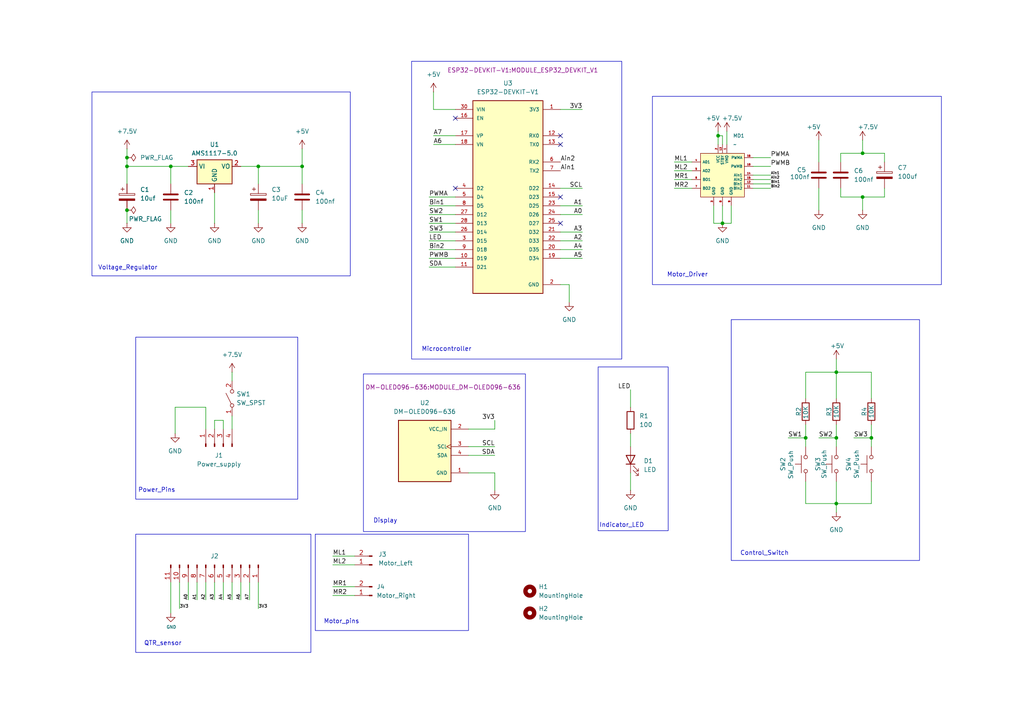
<source format=kicad_sch>
(kicad_sch (version 20250114) (generator "eeschema") (generator_version "9.0")
  (paper "A4")
  (lib_symbols
    (symbol "Connector:Conn_01x02_Pin" (pin_names (offset 1.016) (hide yes))
      (property "Reference" "J" (at 0 2.54 0))
      (property "Value" "Conn_01x02_Pin" (at 0 -5.08 0))
      (symbol "Conn_01x02_Pin_1_1"
        (rectangle (start 0.8636 0.127) (end 0 -0.127) (stroke (width 0.1524)) (fill (type outline)))
        (rectangle (start 0.8636 -2.413) (end 0 -2.667) (stroke (width 0.1524)) (fill (type outline)))
        (polyline (pts (xy 1.27 0) (xy 0.8636 0)) (stroke (width 0.1524)))
        (polyline (pts (xy 1.27 -2.54) (xy 0.8636 -2.54)) (stroke (width 0.1524)))
        (pin passive line (at 5.08 0 180) (length 3.81) (name "Pin_1") (number "1"))
        (pin passive line (at 5.08 -2.54 180) (length 3.81) (name "Pin_2") (number "2"))
      )
    )
    (symbol "Connector:Conn_01x04_Pin" (pin_names (offset 1.016) (hide yes))
      (property "Reference" "J" (at 0 5.08 0))
      (property "Value" "Conn_01x04_Pin" (at 0 -7.62 0))
      (symbol "Conn_01x04_Pin_1_1"
        (rectangle (start 0.8636 2.667) (end 0 2.413) (stroke (width 0.1524)) (fill (type outline)))
        (rectangle (start 0.8636 0.127) (end 0 -0.127) (stroke (width 0.1524)) (fill (type outline)))
        (rectangle (start 0.8636 -2.413) (end 0 -2.667) (stroke (width 0.1524)) (fill (type outline)))
        (rectangle (start 0.8636 -4.953) (end 0 -5.207) (stroke (width 0.1524)) (fill (type outline)))
        (polyline (pts (xy 1.27 2.54) (xy 0.8636 2.54)) (stroke (width 0.1524)))
        (polyline (pts (xy 1.27 0) (xy 0.8636 0)) (stroke (width 0.1524)))
        (polyline (pts (xy 1.27 -2.54) (xy 0.8636 -2.54)) (stroke (width 0.1524)))
        (polyline (pts (xy 1.27 -5.08) (xy 0.8636 -5.08)) (stroke (width 0.1524)))
        (pin passive line (at 5.08 2.54 180) (length 3.81) (name "Pin_1") (number "1"))
        (pin passive line (at 5.08 0 180) (length 3.81) (name "Pin_2") (number "2"))
        (pin passive line (at 5.08 -2.54 180) (length 3.81) (name "Pin_3") (number "3"))
        (pin passive line (at 5.08 -5.08 180) (length 3.81) (name "Pin_4") (number "4"))
      )
    )
    (symbol "Connector:Conn_01x11_Pin" (pin_names (offset 1.016) (hide yes))
      (property "Reference" "J" (at 0 15.24 0))
      (property "Value" "Conn_01x11_Pin" (at 0 -15.24 0))
      (symbol "Conn_01x11_Pin_1_1"
        (rectangle (start 0.8636 12.827) (end 0 12.573) (stroke (width 0.1524)) (fill (type outline)))
        (rectangle (start 0.8636 10.287) (end 0 10.033) (stroke (width 0.1524)) (fill (type outline)))
        (rectangle (start 0.8636 7.747) (end 0 7.493) (stroke (width 0.1524)) (fill (type outline)))
        (rectangle (start 0.8636 5.207) (end 0 4.953) (stroke (width 0.1524)) (fill (type outline)))
        (rectangle (start 0.8636 2.667) (end 0 2.413) (stroke (width 0.1524)) (fill (type outline)))
        (rectangle (start 0.8636 0.127) (end 0 -0.127) (stroke (width 0.1524)) (fill (type outline)))
        (rectangle (start 0.8636 -2.413) (end 0 -2.667) (stroke (width 0.1524)) (fill (type outline)))
        (rectangle (start 0.8636 -4.953) (end 0 -5.207) (stroke (width 0.1524)) (fill (type outline)))
        (rectangle (start 0.8636 -7.493) (end 0 -7.747) (stroke (width 0.1524)) (fill (type outline)))
        (rectangle (start 0.8636 -10.033) (end 0 -10.287) (stroke (width 0.1524)) (fill (type outline)))
        (rectangle (start 0.8636 -12.573) (end 0 -12.827) (stroke (width 0.1524)) (fill (type outline)))
        (polyline (pts (xy 1.27 12.7) (xy 0.8636 12.7)) (stroke (width 0.1524)))
        (polyline (pts (xy 1.27 10.16) (xy 0.8636 10.16)) (stroke (width 0.1524)))
        (polyline (pts (xy 1.27 7.62) (xy 0.8636 7.62)) (stroke (width 0.1524)))
        (polyline (pts (xy 1.27 5.08) (xy 0.8636 5.08)) (stroke (width 0.1524)))
        (polyline (pts (xy 1.27 2.54) (xy 0.8636 2.54)) (stroke (width 0.1524)))
        (polyline (pts (xy 1.27 0) (xy 0.8636 0)) (stroke (width 0.1524)))
        (polyline (pts (xy 1.27 -2.54) (xy 0.8636 -2.54)) (stroke (width 0.1524)))
        (polyline (pts (xy 1.27 -5.08) (xy 0.8636 -5.08)) (stroke (width 0.1524)))
        (polyline (pts (xy 1.27 -7.62) (xy 0.8636 -7.62)) (stroke (width 0.1524)))
        (polyline (pts (xy 1.27 -10.16) (xy 0.8636 -10.16)) (stroke (width 0.1524)))
        (polyline (pts (xy 1.27 -12.7) (xy 0.8636 -12.7)) (stroke (width 0.1524)))
        (pin passive line (at 5.08 12.7 180) (length 3.81) (name "Pin_1") (number "1"))
        (pin passive line (at 5.08 10.16 180) (length 3.81) (name "Pin_2") (number "2"))
        (pin passive line (at 5.08 7.62 180) (length 3.81) (name "Pin_3") (number "3"))
        (pin passive line (at 5.08 5.08 180) (length 3.81) (name "Pin_4") (number "4"))
        (pin passive line (at 5.08 2.54 180) (length 3.81) (name "Pin_5") (number "5"))
        (pin passive line (at 5.08 0 180) (length 3.81) (name "Pin_6") (number "6"))
        (pin passive line (at 5.08 -2.54 180) (length 3.81) (name "Pin_7") (number "7"))
        (pin passive line (at 5.08 -5.08 180) (length 3.81) (name "Pin_8") (number "8"))
        (pin passive line (at 5.08 -7.62 180) (length 3.81) (name "Pin_9") (number "9"))
        (pin passive line (at 5.08 -10.16 180) (length 3.81) (name "Pin_10") (number "10"))
        (pin passive line (at 5.08 -12.7 180) (length 3.81) (name "Pin_11") (number "11"))
      )
    )
    (symbol "DM-OLED096-636:DM-OLED096-636" (pin_names (offset 1.016))
      (property "Reference" "U" (at -7.62 10.922 0))
      (property "Value" "DM-OLED096-636" (at -7.62 -10.16 0))
      (symbol "DM-OLED096-636_0_0"
        (rectangle (start -7.62 -7.62) (end 7.62 10.16) (stroke (width 0.254)) (fill (type background)))
        (pin power_in line (at 12.7 7.62 180) (length 5.08) (name "VCC_IN") (number "2"))
        (pin input clock (at 12.7 2.54 180) (length 5.08) (name "SCL") (number "3"))
        (pin bidirectional line (at 12.7 0 180) (length 5.08) (name "SDA") (number "4"))
        (pin power_in line (at 12.7 -5.08 180) (length 5.08) (name "GND") (number "1"))
      )
    )
    (symbol "Device:C" (pin_numbers (hide yes)) (pin_names (offset 0.254))
      (property "Reference" "C" (at 0.635 2.54 0))
      (property "Value" "C" (at 0.635 -2.54 0))
      (symbol "C_0_1"
        (polyline (pts (xy -2.032 0.762) (xy 2.032 0.762)) (stroke (width 0.508)))
        (polyline (pts (xy -2.032 -0.762) (xy 2.032 -0.762)) (stroke (width 0.508)))
      )
      (symbol "C_1_1"
        (pin passive line (at 0 3.81 270) (length 2.794) (name "~") (number "1"))
        (pin passive line (at 0 -3.81 90) (length 2.794) (name "~") (number "2"))
      )
    )
    (symbol "Device:C_Polarized" (pin_numbers (hide yes)) (pin_names (offset 0.254))
      (property "Reference" "C" (at 0.635 2.54 0))
      (property "Value" "C_Polarized" (at 0.635 -2.54 0))
      (symbol "C_Polarized_0_1"
        (rectangle (start -2.286 0.508) (end 2.286 1.016))
        (polyline (pts (xy -1.778 2.286) (xy -0.762 2.286)))
        (polyline (pts (xy -1.27 2.794) (xy -1.27 1.778)))
        (rectangle (start 2.286 -0.508) (end -2.286 -1.016) (fill (type outline)))
      )
      (symbol "C_Polarized_1_1"
        (pin passive line (at 0 3.81 270) (length 2.794) (name "~") (number "1"))
        (pin passive line (at 0 -3.81 90) (length 2.794) (name "~") (number "2"))
      )
    )
    (symbol "Device:LED" (pin_numbers (hide yes)) (pin_names (offset 1.016) (hide yes))
      (property "Reference" "D" (at 0 2.54 0))
      (property "Value" "LED" (at 0 -2.54 0))
      (symbol "LED_0_1"
        (polyline (pts (xy -3.048 -0.762) (xy -4.572 -2.286) (xy -3.81 -2.286) (xy -4.572 -2.286) (xy -4.572 -1.524)))
        (polyline (pts (xy -1.778 -0.762) (xy -3.302 -2.286) (xy -2.54 -2.286) (xy -3.302 -2.286) (xy -3.302 -1.524)))
        (polyline (pts (xy -1.27 0) (xy 1.27 0)))
        (polyline (pts (xy -1.27 -1.27) (xy -1.27 1.27)) (stroke (width 0.254)))
        (polyline (pts (xy 1.27 -1.27) (xy 1.27 1.27) (xy -1.27 0) (xy 1.27 -1.27)) (stroke (width 0.254)))
      )
      (symbol "LED_1_1"
        (pin passive line (at -3.81 0 0) (length 2.54) (name "K") (number "1"))
        (pin passive line (at 3.81 0 180) (length 2.54) (name "A") (number "2"))
      )
    )
    (symbol "Device:R" (pin_numbers (hide yes)) (pin_names (offset 0))
      (property "Reference" "R" (at 2.032 0 90))
      (property "Value" "R" (at 0 0 90))
      (symbol "R_0_1"
        (rectangle (start -1.016 -2.54) (end 1.016 2.54) (stroke (width 0.254)))
      )
      (symbol "R_1_1"
        (pin passive line (at 0 3.81 270) (length 1.27) (name "~") (number "1"))
        (pin passive line (at 0 -3.81 90) (length 1.27) (name "~") (number "2"))
      )
    )
    (symbol "ESP32-DEVKIT-V1:ESP32-DEVKIT-V1" (pin_names (offset 1.016))
      (property "Reference" "U" (at -10.16 30.48 0))
      (property "Value" "ESP32-DEVKIT-V1" (at -10.16 -30.48 0))
      (symbol "ESP32-DEVKIT-V1_0_0"
        (rectangle (start -10.16 -27.94) (end 10.16 27.94) (stroke (width 0.254)) (fill (type background)))
        (pin input line (at -15.24 25.4 0) (length 5.08) (name "VIN") (number "30"))
        (pin input line (at -15.24 22.86 0) (length 5.08) (name "EN") (number "16"))
        (pin bidirectional line (at -15.24 17.78 0) (length 5.08) (name "VP") (number "17"))
        (pin bidirectional line (at -15.24 15.24 0) (length 5.08) (name "VN") (number "18"))
        (pin bidirectional line (at -15.24 2.54 0) (length 5.08) (name "D2") (number "4"))
        (pin bidirectional line (at -15.24 0 0) (length 5.08) (name "D4") (number "5"))
        (pin bidirectional line (at -15.24 -2.54 0) (length 5.08) (name "D5") (number "8"))
        (pin bidirectional line (at -15.24 -5.08 0) (length 5.08) (name "D12") (number "27"))
        (pin bidirectional line (at -15.24 -7.62 0) (length 5.08) (name "D13") (number "28"))
        (pin bidirectional line (at -15.24 -10.16 0) (length 5.08) (name "D14") (number "26"))
        (pin bidirectional line (at -15.24 -12.7 0) (length 5.08) (name "D15") (number "3"))
        (pin bidirectional line (at -15.24 -15.24 0) (length 5.08) (name "D18") (number "9"))
        (pin bidirectional line (at -15.24 -17.78 0) (length 5.08) (name "D19") (number "10"))
        (pin bidirectional line (at -15.24 -20.32 0) (length 5.08) (name "D21") (number "11"))
        (pin output line (at 15.24 25.4 180) (length 5.08) (name "3V3") (number "1"))
        (pin input line (at 15.24 17.78 180) (length 5.08) (name "RX0") (number "12"))
        (pin output line (at 15.24 15.24 180) (length 5.08) (name "TX0") (number "13"))
        (pin input line (at 15.24 10.16 180) (length 5.08) (name "RX2") (number "6"))
        (pin output line (at 15.24 7.62 180) (length 5.08) (name "TX2") (number "7"))
        (pin bidirectional line (at 15.24 2.54 180) (length 5.08) (name "D22") (number "14"))
        (pin bidirectional line (at 15.24 0 180) (length 5.08) (name "D23") (number "15"))
        (pin bidirectional line (at 15.24 -2.54 180) (length 5.08) (name "D25") (number "23"))
        (pin bidirectional line (at 15.24 -5.08 180) (length 5.08) (name "D26") (number "24"))
        (pin bidirectional line (at 15.24 -7.62 180) (length 5.08) (name "D27") (number "25"))
        (pin bidirectional line (at 15.24 -10.16 180) (length 5.08) (name "D32") (number "21"))
        (pin bidirectional line (at 15.24 -12.7 180) (length 5.08) (name "D33") (number "22"))
        (pin bidirectional line (at 15.24 -15.24 180) (length 5.08) (name "D35") (number "20"))
        (pin bidirectional line (at 15.24 -17.78 180) (length 5.08) (name "D34") (number "19"))
        (pin power_in line (at 15.24 -25.4 180) (length 5.08) (name "GND") (number "2"))
        (pin power_in line (at 15.24 -25.4 180) (length 5.08) (hide yes) (name "GND") (number "29"))
      )
    )
    (symbol "Mechanical:MountingHole" (pin_names (offset 1.016)) (in_bom no)
      (property "Reference" "H" (at 0 5.08 0))
      (property "Value" "MountingHole" (at 0 3.175 0))
      (symbol "MountingHole_0_1"
        (circle (center 0 0) (radius 1.27) (stroke (width 1.27)))
      )
    )
    (symbol "Regulator_Linear:AMS1117-5.0"
      (property "Reference" "U" (at -3.81 3.175 0))
      (property "Value" "AMS1117-5.0" (at 0 3.175 0))
      (symbol "AMS1117-5.0_0_1"
        (rectangle (start -5.08 -5.08) (end 5.08 1.905) (stroke (width 0.254)) (fill (type background)))
      )
      (symbol "AMS1117-5.0_1_1"
        (pin power_in line (at -7.62 0 0) (length 2.54) (name "VI") (number "3"))
        (pin power_in line (at 0 -7.62 90) (length 2.54) (name "GND") (number "1"))
        (pin power_out line (at 7.62 0 180) (length 2.54) (name "VO") (number "2"))
      )
    )
    (symbol "Switch:SW_Push" (pin_numbers (hide yes)) (pin_names (offset 1.016) (hide yes))
      (property "Reference" "SW" (at 1.27 2.54 0))
      (property "Value" "SW_Push" (at 0 -1.524 0))
      (symbol "SW_Push_0_1"
        (circle (center -2.032 0) (radius 0.508))
        (polyline (pts (xy 0 1.27) (xy 0 3.048)))
        (circle (center 2.032 0) (radius 0.508))
        (polyline (pts (xy 2.54 1.27) (xy -2.54 1.27)))
        (pin passive line (at -5.08 0 0) (length 2.54) (name "1") (number "1"))
        (pin passive line (at 5.08 0 180) (length 2.54) (name "2") (number "2"))
      )
    )
    (symbol "Switch:SW_SPST" (pin_names (offset 0) (hide yes))
      (property "Reference" "SW" (at 0 3.175 0))
      (property "Value" "SW_SPST" (at 0 -2.54 0))
      (symbol "SW_SPST_0_0"
        (circle (center -2.032 0) (radius 0.508))
        (polyline (pts (xy -1.524 0.254) (xy 1.524 1.778)))
        (circle (center 2.032 0) (radius 0.508))
      )
      (symbol "SW_SPST_1_1"
        (pin passive line (at -5.08 0 0) (length 2.54) (name "A") (number "1"))
        (pin passive line (at 5.08 0 180) (length 2.54) (name "B") (number "2"))
      )
    )
    (symbol "micromouse1.0:tbfng_motor_driver"
      (property "Reference" "MD" (at 0 0 0))
      (symbol "tbfng_motor_driver_1_1"
        (rectangle (start -6.35 6.35) (end 6.35 -6.35) (fill (type background)))
        (pin power_out line (at -8.89 3.81 0) (length 2.54) (name "A01") (number "4"))
        (pin power_out line (at -8.89 1.27 0) (length 2.54) (name "AO2") (number "5"))
        (pin power_out line (at -8.89 -1.27 0) (length 2.54) (name "BO1") (number "6"))
        (pin power_out line (at -8.89 -3.81 0) (length 2.54) (name "BO2") (number "7"))
        (pin power_in line (at -2.54 -8.89 90) (length 2.54) (name "GND") (number "3"))
        (pin power_in line (at -1.27 8.89 270) (length 2.54) (name "VCC") (number "2"))
        (pin power_in line (at 0 8.89 270) (length 2.54) (name "STBY") (number "13"))
        (pin power_in line (at 0 -8.89 90) (length 2.54) (name "GND") (number "8"))
        (pin power_in line (at 1.27 8.89 270) (length 2.54) (name "VMO") (number "1"))
        (pin power_in line (at 2.54 -8.89 90) (length 2.54) (name "GND") (number "9"))
        (pin input line (at 8.89 5.08 180) (length 2.54) (name "PWMA") (number "16"))
        (pin input line (at 8.89 2.54 180) (length 2.54) (name "PWMB") (number "10"))
        (pin input line (at 8.89 0 180) (length 2.54) (name "Ain1") (number "14"))
        (pin input line (at 8.89 -1.27 180) (length 2.54) (name "Ain2") (number "15"))
        (pin input line (at 8.89 -2.54 180) (length 2.54) (name "Bin1") (number "12"))
        (pin input line (at 8.89 -3.81 180) (length 2.54) (name "Bin2") (number "11"))
      )
    )
    (symbol "power:+5V" (power) (pin_numbers (hide yes)) (pin_names (offset 0) (hide yes))
      (property "Value" "+5V" (at 0 3.556 0))
      (symbol "+5V_0_1"
        (polyline (pts (xy -0.762 1.27) (xy 0 2.54)))
        (polyline (pts (xy 0 2.54) (xy 0.762 1.27)))
        (polyline (pts (xy 0 0) (xy 0 2.54)))
      )
      (symbol "+5V_1_1"
        (pin power_in line (at 0 0 90) (length 0) (name "~") (number "1"))
      )
    )
    (symbol "power:GND" (power) (pin_numbers (hide yes)) (pin_names (offset 0) (hide yes))
      (property "Value" "GND" (at 0 -3.81 0))
      (symbol "GND_0_1"
        (polyline (pts (xy 0 0) (xy 0 -1.27) (xy 1.27 -1.27) (xy 0 -2.54) (xy -1.27 -1.27) (xy 0 -1.27)))
      )
      (symbol "GND_1_1"
        (pin power_in line (at 0 0 270) (length 0) (name "~") (number "1"))
      )
    )
    (symbol "power:PWR_FLAG" (power) (pin_numbers (hide yes)) (pin_names (offset 0) (hide yes))
      (property "Value" "PWR_FLAG" (at 0 3.81 0))
      (symbol "PWR_FLAG_0_0"
        (pin power_out line (at 0 0 90) (length 0) (name "~") (number "1"))
      )
      (symbol "PWR_FLAG_0_1"
        (polyline (pts (xy 0 0) (xy 0 1.27) (xy -1.016 1.905) (xy 0 2.54) (xy 1.016 1.905) (xy 0 1.27)))
      )
    )
  )
  (text "Motor_Driver" (at 199.39 79.756 0) (effects (font (size 1.27 1.27))))
  (text "QTR_sensor" (at 47.244 186.69 0) (effects (font (size 1.27 1.27))))
  (text "Power_Pins" (at 45.466 142.24 0) (effects (font (size 1.27 1.27))))
  (text "Microcontroller" (at 129.54 101.346 0) (effects (font (size 1.27 1.27))))
  (text "Motor_pins" (at 99.06 180.34 0) (effects (font (size 1.27 1.27))))
  (text "Voltage_Regulator" (at 37.084 77.724 0) (effects (font (size 1.27 1.27))))
  (text "Indicator_LED" (at 180.34 152.4 0) (effects (font (size 1.27 1.27))))
  (text "Control_Switch" (at 221.742 160.528 0) (effects (font (size 1.27 1.27))))
  (text "Display" (at 111.76 151.13 0) (effects (font (size 1.27 1.27))))
  (text_box "" (at 39.37 154.94 0) (size 50.8 34.29) (margins 0.9525 0.9525 0.9525 0.9525) (effects (font (size 1.27 1.27)) (justify left top)))
  (text_box "" (at 173.482 106.426 0) (size 20.32 47.498) (margins 0.9525 0.9525 0.9525 0.9525) (effects (font (size 1.27 1.27)) (justify left top)))
  (text_box "" (at 105.41 108.458 0) (size 46.99 45.72) (margins 0.9525 0.9525 0.9525 0.9525) (effects (font (size 1.27 1.27)) (justify left top)))
  (text_box "" (at 26.67 26.67 0) (size 74.93 53.34) (margins 0.9525 0.9525 0.9525 0.9525) (effects (font (size 1.27 1.27)) (justify left top)))
  (text_box "" (at 212.09 92.71 0) (size 54.61 69.85) (margins 0.9525 0.9525 0.9525 0.9525) (effects (font (size 1.27 1.27)) (justify left top)))
  (text_box "" (at 119.38 17.78 0) (size 60.96 86.36) (margins 0.9525 0.9525 0.9525 0.9525) (effects (font (size 1.27 1.27)) (justify left top)))
  (text_box "" (at 39.37 97.79 0) (size 46.99 46.99) (margins 0.9525 0.9525 0.9525 0.9525) (effects (font (size 1.27 1.27)) (justify left top)))
  (text_box "" (at 189.23 27.94 0) (size 83.82 54.61) (margins 0.9525 0.9525 0.9525 0.9525) (effects (font (size 1.27 1.27)) (justify left top)))
  (text_box "" (at 91.44 154.94 0) (size 44.45 27.94) (margins 0.9525 0.9525 0.9525 0.9525) (effects (font (size 1.27 1.27)) (justify left top)))
  (junction (at 233.68 127))
  (junction (at 87.63 48.26))
  (junction (at 36.83 48.26))
  (junction (at 36.83 45.72))
  (junction (at 242.57 107.95))
  (junction (at 252.73 127))
  (junction (at 242.57 146.05))
  (junction (at 242.57 127))
  (junction (at 208.28 39.37))
  (junction (at 74.93 48.26))
  (junction (at 49.53 48.26))
  (junction (at 250.19 44.45))
  (junction (at 209.55 64.77))
  (junction (at 250.19 57.15))
  (junction (at 36.83 60.96))
  (no_connect (at 162.56 39.37))
  (no_connect (at 162.56 57.15))
  (no_connect (at 132.08 54.61))
  (no_connect (at 162.56 41.91))
  (no_connect (at 132.08 34.29))
  (no_connect (at 162.56 64.77))
  (wire (pts (xy 162.56 72.39) (xy 168.91 72.39)))
  (wire (pts (xy 162.56 82.55) (xy 165.1 82.55)))
  (wire (pts (xy 143.51 121.92) (xy 143.51 124.46)))
  (wire (pts (xy 182.88 125.73) (xy 182.88 129.54)))
  (wire (pts (xy 67.31 107.95) (xy 67.31 110.49)))
  (wire (pts (xy 218.44 54.61) (xy 223.52 54.61)))
  (wire (pts (xy 207.01 64.77) (xy 209.55 64.77)))
  (wire (pts (xy 218.44 48.26) (xy 223.52 48.26)))
  (wire (pts (xy 209.55 64.77) (xy 212.09 64.77)))
  (wire (pts (xy 143.51 137.16) (xy 143.51 142.24)))
  (wire (pts (xy 124.46 74.93) (xy 132.08 74.93)))
  (wire (pts (xy 74.93 48.26) (xy 87.63 48.26)))
  (wire (pts (xy 208.28 38.1) (xy 208.28 39.37)))
  (wire (pts (xy 124.46 77.47) (xy 132.08 77.47)))
  (wire (pts (xy 209.55 39.37) (xy 209.55 41.91)))
  (wire (pts (xy 96.52 172.72) (xy 102.87 172.72)))
  (wire (pts (xy 124.46 72.39) (xy 132.08 72.39)))
  (wire (pts (xy 96.52 170.18) (xy 102.87 170.18)))
  (wire (pts (xy 218.44 53.34) (xy 223.52 53.34)))
  (wire (pts (xy 252.73 115.57) (xy 252.73 107.95)))
  (wire (pts (xy 50.8 118.11) (xy 50.8 125.73)))
  (wire (pts (xy 96.52 161.29) (xy 102.87 161.29)))
  (wire (pts (xy 87.63 43.18) (xy 87.63 48.26)))
  (wire (pts (xy 242.57 127) (xy 242.57 123.19)))
  (wire (pts (xy 209.55 59.69) (xy 209.55 64.77)))
  (wire (pts (xy 195.58 52.07) (xy 200.66 52.07)))
  (wire (pts (xy 195.58 46.99) (xy 200.66 46.99)))
  (wire (pts (xy 124.46 69.85) (xy 132.08 69.85)))
  (wire (pts (xy 143.51 132.08) (xy 135.89 132.08)))
  (wire (pts (xy 162.56 31.75) (xy 168.91 31.75)))
  (wire (pts (xy 165.1 82.55) (xy 165.1 87.63)))
  (wire (pts (xy 124.46 64.77) (xy 132.08 64.77)))
  (wire (pts (xy 207.01 59.69) (xy 207.01 64.77)))
  (wire (pts (xy 242.57 146.05) (xy 252.73 146.05)))
  (wire (pts (xy 242.57 146.05) (xy 242.57 139.7)))
  (wire (pts (xy 256.54 54.61) (xy 256.54 57.15)))
  (wire (pts (xy 143.51 129.54) (xy 135.89 129.54)))
  (wire (pts (xy 252.73 139.7) (xy 252.73 146.05)))
  (wire (pts (xy 125.73 39.37) (xy 132.08 39.37)))
  (wire (pts (xy 62.23 168.91) (xy 62.23 173.99)))
  (wire (pts (xy 125.73 26.67) (xy 125.73 31.75)))
  (wire (pts (xy 242.57 115.57) (xy 242.57 107.95)))
  (wire (pts (xy 243.84 57.15) (xy 243.84 54.61)))
  (wire (pts (xy 74.93 60.96) (xy 74.93 64.77)))
  (wire (pts (xy 67.31 168.91) (xy 67.31 173.99)))
  (wire (pts (xy 242.57 104.14) (xy 242.57 107.95)))
  (wire (pts (xy 36.83 45.72) (xy 36.83 48.26)))
  (wire (pts (xy 233.68 107.95) (xy 242.57 107.95)))
  (wire (pts (xy 124.46 59.69) (xy 132.08 59.69)))
  (wire (pts (xy 210.82 38.1) (xy 210.82 41.91)))
  (wire (pts (xy 124.46 57.15) (xy 132.08 57.15)))
  (wire (pts (xy 67.31 120.65) (xy 67.31 124.46)))
  (wire (pts (xy 125.73 41.91) (xy 132.08 41.91)))
  (wire (pts (xy 135.89 137.16) (xy 143.51 137.16)))
  (wire (pts (xy 252.73 127) (xy 252.73 123.19)))
  (wire (pts (xy 250.19 40.64) (xy 250.19 44.45)))
  (wire (pts (xy 74.93 48.26) (xy 74.93 53.34)))
  (wire (pts (xy 233.68 146.05) (xy 242.57 146.05)))
  (wire (pts (xy 54.61 48.26) (xy 49.53 48.26)))
  (wire (pts (xy 69.85 48.26) (xy 74.93 48.26)))
  (wire (pts (xy 69.85 168.91) (xy 69.85 173.99)))
  (wire (pts (xy 162.56 59.69) (xy 168.91 59.69)))
  (wire (pts (xy 233.68 129.54) (xy 233.68 127)))
  (wire (pts (xy 218.44 52.07) (xy 223.52 52.07)))
  (wire (pts (xy 132.08 31.75) (xy 125.73 31.75)))
  (wire (pts (xy 242.57 148.59) (xy 242.57 146.05)))
  (wire (pts (xy 124.46 67.31) (xy 132.08 67.31)))
  (wire (pts (xy 59.69 124.46) (xy 59.69 118.11)))
  (wire (pts (xy 212.09 59.69) (xy 212.09 64.77)))
  (wire (pts (xy 256.54 44.45) (xy 256.54 46.99)))
  (wire (pts (xy 72.39 168.91) (xy 72.39 173.99)))
  (wire (pts (xy 62.23 55.88) (xy 62.23 64.77)))
  (wire (pts (xy 250.19 57.15) (xy 243.84 57.15)))
  (wire (pts (xy 237.49 127) (xy 242.57 127)))
  (wire (pts (xy 247.65 127) (xy 252.73 127)))
  (wire (pts (xy 233.68 146.05) (xy 233.68 139.7)))
  (wire (pts (xy 252.73 129.54) (xy 252.73 127)))
  (wire (pts (xy 87.63 60.96) (xy 87.63 64.77)))
  (wire (pts (xy 162.56 74.93) (xy 168.91 74.93)))
  (wire (pts (xy 52.07 168.91) (xy 52.07 176.53)))
  (wire (pts (xy 57.15 168.91) (xy 57.15 173.99)))
  (wire (pts (xy 162.56 67.31) (xy 168.91 67.31)))
  (wire (pts (xy 182.88 137.16) (xy 182.88 142.24)))
  (wire (pts (xy 228.6 127) (xy 233.68 127)))
  (wire (pts (xy 62.23 121.92) (xy 62.23 124.46)))
  (wire (pts (xy 64.77 124.46) (xy 64.77 121.92)))
  (wire (pts (xy 233.68 127) (xy 233.68 123.19)))
  (wire (pts (xy 208.28 39.37) (xy 209.55 39.37)))
  (wire (pts (xy 233.68 115.57) (xy 233.68 107.95)))
  (wire (pts (xy 242.57 129.54) (xy 242.57 127)))
  (wire (pts (xy 237.49 40.64) (xy 237.49 46.99)))
  (wire (pts (xy 64.77 168.91) (xy 64.77 173.99)))
  (wire (pts (xy 36.83 48.26) (xy 36.83 53.34)))
  (wire (pts (xy 59.69 168.91) (xy 59.69 173.99)))
  (wire (pts (xy 243.84 44.45) (xy 250.19 44.45)))
  (wire (pts (xy 124.46 62.23) (xy 132.08 62.23)))
  (wire (pts (xy 250.19 44.45) (xy 256.54 44.45)))
  (wire (pts (xy 135.89 124.46) (xy 143.51 124.46)))
  (wire (pts (xy 182.88 113.03) (xy 182.88 118.11)))
  (wire (pts (xy 36.83 60.96) (xy 36.83 64.77)))
  (wire (pts (xy 218.44 50.8) (xy 223.52 50.8)))
  (wire (pts (xy 256.54 57.15) (xy 250.19 57.15)))
  (wire (pts (xy 195.58 54.61) (xy 200.66 54.61)))
  (wire (pts (xy 87.63 48.26) (xy 87.63 53.34)))
  (wire (pts (xy 162.56 54.61) (xy 168.91 54.61)))
  (wire (pts (xy 208.28 39.37) (xy 208.28 41.91)))
  (wire (pts (xy 36.83 43.18) (xy 36.83 45.72)))
  (wire (pts (xy 50.8 118.11) (xy 59.69 118.11)))
  (wire (pts (xy 96.52 163.83) (xy 102.87 163.83)))
  (wire (pts (xy 218.44 45.72) (xy 223.52 45.72)))
  (wire (pts (xy 242.57 107.95) (xy 252.73 107.95)))
  (wire (pts (xy 237.49 54.61) (xy 237.49 60.96)))
  (wire (pts (xy 49.53 48.26) (xy 36.83 48.26)))
  (wire (pts (xy 195.58 49.53) (xy 200.66 49.53)))
  (wire (pts (xy 162.56 69.85) (xy 168.91 69.85)))
  (wire (pts (xy 162.56 62.23) (xy 168.91 62.23)))
  (wire (pts (xy 49.53 48.26) (xy 49.53 53.34)))
  (wire (pts (xy 250.19 57.15) (xy 250.19 60.96)))
  (wire (pts (xy 49.53 60.96) (xy 49.53 64.77)))
  (wire (pts (xy 74.93 168.91) (xy 74.93 176.53)))
  (wire (pts (xy 54.61 168.91) (xy 54.61 173.99)))
  (wire (pts (xy 64.77 121.92) (xy 62.23 121.92)))
  (wire (pts (xy 49.53 168.91) (xy 49.53 177.8)))
  (wire (pts (xy 243.84 46.99) (xy 243.84 44.45)))
  (label "MR2" (at 195.58 54.61 0))
  (label "LED" (at 182.88 113.03 180))
  (label "SW1" (at 228.6 127 0))
  (label "SDA" (at 143.51 132.08 180))
  (label "A4" (at 168.91 72.39 180))
  (label "SDA" (at 124.46 77.47 0))
  (label "ML2" (at 195.58 49.53 0))
  (label "Ain1" (at 223.52 50.8 0) (effects (font (size 0.762 0.762))))
  (label "Bin2" (at 223.52 54.61 0) (effects (font (size 0.762 0.762))))
  (label "A7" (at 72.39 173.99 90) (effects (font (size 0.889 0.889))))
  (label "Bin1" (at 124.46 59.69 0))
  (label "Ain2" (at 162.56 46.99 0))
  (label "A0" (at 54.61 173.99 90) (effects (font (size 0.889 0.889))))
  (label "LED" (at 124.46 69.85 0))
  (label "A6" (at 125.73 41.91 0))
  (label "A6" (at 69.85 173.99 90) (effects (font (size 0.889 0.889))))
  (label "SW1" (at 124.46 64.77 0))
  (label "ML1" (at 195.58 46.99 0))
  (label "SW2" (at 237.49 127 0))
  (label "SCL" (at 168.91 54.61 180))
  (label "A1" (at 57.15 173.99 90) (effects (font (size 0.889 0.889))))
  (label "SW3" (at 247.65 127 0))
  (label "PWMA" (at 124.46 57.15 0))
  (label "A5" (at 168.91 74.93 180))
  (label "ML2" (at 96.52 163.83 0))
  (label "3V3" (at 143.51 121.92 180))
  (label "Ain2" (at 223.52 52.07 0) (effects (font (size 0.762 0.762))))
  (label "3V3" (at 168.91 31.75 180))
  (label "A4" (at 64.77 173.99 90) (effects (font (size 0.889 0.889))))
  (label "PWMB" (at 223.52 48.26 0))
  (label "SW2" (at 124.46 62.23 0))
  (label "3V3" (at 74.93 176.53 0) (effects (font (size 0.889 0.889))))
  (label "Bin1" (at 223.52 53.34 0) (effects (font (size 0.762 0.762))))
  (label "A2" (at 59.69 173.99 90) (effects (font (size 0.889 0.889))))
  (label "A5" (at 67.31 173.99 90) (effects (font (size 0.889 0.889))))
  (label "A1" (at 168.91 59.69 180))
  (label "A3" (at 62.23 173.99 90) (effects (font (size 0.889 0.889))))
  (label "SW3" (at 124.46 67.31 0))
  (label "PWMA" (at 223.52 45.72 0))
  (label "PWMB" (at 124.46 74.93 0))
  (label "MR1" (at 195.58 52.07 0))
  (label "ML1" (at 96.52 161.29 0))
  (label "A0" (at 168.91 62.23 180))
  (label "A7" (at 125.73 39.37 0))
  (label "Ain1" (at 162.56 49.53 0))
  (label "MR1" (at 96.52 170.18 0))
  (label "A2" (at 168.91 69.85 180))
  (label "SCL" (at 143.51 129.54 180))
  (label "A3" (at 168.91 67.31 180))
  (label "MR2" (at 96.52 172.72 0))
  (label "Bin2" (at 124.46 72.39 0))
  (label "3V3" (at 52.07 176.53 0) (effects (font (size 0.889 0.889))))
  (symbol (lib_id "power:GND") (at 62.23 64.77 0) (unit 1)
    (property "Reference" "#PWR06" (effects (hide yes)))
    (property "Value" "GND" (at 62.23 69.85 0))
    (property "Description" "Power symbol creates a global label with name \"GND\" , ground" (effects (hide yes)))
  )
  (symbol (lib_id "ESP32-DEVKIT-V1:ESP32-DEVKIT-V1") (at 147.32 57.15 0) (unit 1)
    (property "Reference" "U3" (at 147.32 24.13 0))
    (property "Value" "ESP32-DEVKIT-V1" (at 147.32 26.67 0))
    (property "Footprint" "ESP32-DEVKIT-V1:MODULE_ESP32_DEVKIT_V1" (at 151.638 21.082 0) (effects (justify bottom)))
    (property "MF" "Do it" (effects (hide yes)))
    (property "MAXIMUM_PACKAGE_HEIGHT" "6.8 mm" (effects (hide yes)))
    (property "Package" "None" (effects (hide yes)))
    (property "Price" "None" (effects (hide yes)))
    (property "Check_prices" "https://www.snapeda.com/parts/ESP32-DEVKIT-V1/Do+it/view-part/?ref=eda" (effects (hide yes)))
    (property "STANDARD" "Manufacturer Recommendations" (effects (hide yes)))
    (property "PARTREV" "N/A" (effects (hide yes)))
    (property "SnapEDA_Link" "https://www.snapeda.com/parts/ESP32-DEVKIT-V1/Do+it/view-part/?ref=snap" (effects (hide yes)))
    (property "MP" "ESP32-DEVKIT-V1" (effects (hide yes)))
    (property "Description_1" "Dual core, Wi-Fi: 2.4 GHz up to 150 Mbits/s,BLE (Bluetooth Low Energy) and legacy Bluetooth, 32 bits, Up to 240 MHz" (effects (hide yes)))
    (property "Availability" "Not in stock" (effects (hide yes)))
    (property "MANUFACTURER" "DOIT" (effects (hide yes)))
  )
  (symbol (lib_id "power:GND") (at 143.51 142.24 0) (unit 1)
    (property "Reference" "#PWR013" (effects (hide yes)))
    (property "Value" "GND" (at 143.51 147.32 0))
    (property "Description" "Power symbol creates a global label with name \"GND\" , ground" (effects (hide yes)))
  )
  (symbol (lib_id "power:GND") (at 237.49 60.96 0) (unit 1)
    (property "Reference" "#PWR020" (effects (hide yes)))
    (property "Value" "GND" (at 237.49 66.04 0))
    (property "Description" "Power symbol creates a global label with name \"GND\" , ground" (effects (hide yes)))
  )
  (symbol (lib_id "power:GND") (at 242.57 148.59 0) (unit 1)
    (property "Reference" "#PWR022" (effects (hide yes)))
    (property "Value" "GND" (at 242.57 153.67 0))
    (property "Description" "Power symbol creates a global label with name \"GND\" , ground" (effects (hide yes)))
  )
  (symbol (lib_id "power:GND") (at 49.53 177.8 0) (unit 1)
    (property "Reference" "#PWR04" (effects (hide yes)))
    (property "Value" "GND" (at 48.26 181.864 0) (effects (font (size 0.889 0.889)) (justify left)))
    (property "Description" "Power symbol creates a global label with name \"GND\" , ground" (effects (hide yes)))
  )
  (symbol (lib_id "power:GND") (at 87.63 64.77 0) (unit 1)
    (property "Reference" "#PWR010" (effects (hide yes)))
    (property "Value" "GND" (at 87.63 69.85 0))
    (property "Description" "Power symbol creates a global label with name \"GND\" , ground" (effects (hide yes)))
  )
  (symbol (lib_id "Device:R") (at 233.68 119.38 180) (unit 1)
    (property "Reference" "R2" (at 231.648 119.38 90))
    (property "Value" "10K" (at 233.68 119.634 90))
    (property "Footprint" "Resistor_THT:R_Axial_DIN0207_L6.3mm_D2.5mm_P7.62mm_Horizontal" (effects (hide yes)))
    (property "Description" "Resistor" (effects (hide yes)))
  )
  (symbol (lib_id "power:+5V") (at 208.28 38.1 0) (unit 1)
    (property "Reference" "#PWR016" (effects (hide yes)))
    (property "Value" "+5V" (at 206.756 34.29 0))
    (property "Description" "Power symbol creates a global label with name \"+5V\"" (effects (hide yes)))
  )
  (symbol (lib_id "Device:C_Polarized") (at 36.83 57.15 0) (unit 1)
    (property "Reference" "C1" (at 40.64 54.9909 0) (effects (justify left)))
    (property "Value" "10uf" (at 40.64 57.5309 0) (effects (justify left)))
    (property "Footprint" "Capacitor_THT:CP_Radial_D6.3mm_P2.50mm" (effects (hide yes)))
    (property "Description" "Polarized capacitor" (effects (hide yes)))
  )
  (symbol (lib_id "Device:C") (at 87.63 57.15 0) (unit 1)
    (property "Reference" "C4" (at 91.44 55.8799 0) (effects (justify left)))
    (property "Value" "100nf" (at 91.44 58.4199 0) (effects (justify left)))
    (property "Footprint" "Capacitor_THT:C_Disc_D3.8mm_W2.6mm_P2.50mm" (effects (hide yes)))
    (property "Description" "Unpolarized capacitor" (effects (hide yes)))
  )
  (symbol (lib_id "Device:R") (at 242.57 119.38 180) (unit 1)
    (property "Reference" "R3" (at 240.4938 119.4206 90))
    (property "Value" "10K" (at 242.57 119.38 90))
    (property "Footprint" "Resistor_THT:R_Axial_DIN0207_L6.3mm_D2.5mm_P7.62mm_Horizontal" (effects (hide yes)))
    (property "Description" "Resistor" (effects (hide yes)))
  )
  (symbol (lib_id "Device:C") (at 49.53 57.15 0) (unit 1)
    (property "Reference" "C2" (at 53.34 55.8799 0) (effects (justify left)))
    (property "Value" "100nf" (at 53.34 58.4199 0) (effects (justify left)))
    (property "Footprint" "Capacitor_THT:C_Disc_D3.8mm_W2.6mm_P2.50mm" (effects (hide yes)))
    (property "Description" "Unpolarized capacitor" (effects (hide yes)))
  )
  (symbol (lib_id "power:+5V") (at 87.63 43.18 0) (unit 1)
    (property "Reference" "#PWR09" (effects (hide yes)))
    (property "Value" "+5V" (at 87.63 38.1 0))
    (property "Description" "Power symbol creates a global label with name \"+5V\"" (effects (hide yes)))
  )
  (symbol (lib_id "Switch:SW_SPST") (at 67.31 115.57 90) (unit 1)
    (property "Reference" "SW1" (at 68.58 114.2999 90) (effects (justify right)))
    (property "Value" "SW_SPST" (at 68.58 116.8399 90) (effects (justify right)))
    (property "Footprint" "Connector_PinHeader_2.54mm:PinHeader_1x02_P2.54mm_Vertical" (effects (hide yes)))
    (property "Description" "Single Pole Single Throw (SPST) switch" (effects (hide yes)))
  )
  (symbol (lib_id "Connector:Conn_01x04_Pin") (at 62.23 129.54 90) (unit 1)
    (property "Reference" "J1" (at 63.5 132.08 90))
    (property "Value" "Power_supply" (at 63.5 134.62 90))
    (property "Footprint" "Connector_PinHeader_2.54mm:PinHeader_1x04_P2.54mm_Vertical" (effects (hide yes)))
    (property "Description" "Generic connector, single row, 01x04, script generated" (effects (hide yes)))
  )
  (symbol (lib_id "Device:C_Polarized") (at 74.93 57.15 0) (unit 1)
    (property "Reference" "C3" (at 78.74 54.9909 0) (effects (justify left)))
    (property "Value" "10uF" (at 78.74 57.5309 0) (effects (justify left)))
    (property "Footprint" "Capacitor_THT:CP_Radial_D6.3mm_P2.50mm" (effects (hide yes)))
    (property "Description" "Polarized capacitor" (effects (hide yes)))
  )
  (symbol (lib_id "power:+5V") (at 250.19 40.64 0) (unit 1)
    (property "Reference" "#PWR023" (effects (hide yes)))
    (property "Value" "+7.5V" (at 251.714 36.83 0))
    (property "Description" "Power symbol creates a global label with name \"+5V\"" (effects (hide yes)))
  )
  (symbol (lib_id "Connector:Conn_01x02_Pin") (at 107.95 172.72 180) (unit 1)
    (property "Reference" "J4" (at 109.22 170.1799 0) (effects (justify right)))
    (property "Value" "Motor_Right" (at 109.22 172.7199 0) (effects (justify right)))
    (property "Footprint" "Connector_PinHeader_2.54mm:PinHeader_1x02_P2.54mm_Vertical" (effects (hide yes)))
    (property "Description" "Generic connector, single row, 01x02, script generated" (effects (hide yes)))
  )
  (symbol (lib_id "power:GND") (at 165.1 87.63 0) (unit 1)
    (property "Reference" "#PWR014" (effects (hide yes)))
    (property "Value" "GND" (at 165.1 92.71 0))
    (property "Description" "Power symbol creates a global label with name \"GND\" , ground" (effects (hide yes)))
  )
  (symbol (lib_id "Device:R") (at 252.73 119.38 180) (unit 1)
    (property "Reference" "R4" (at 250.698 119.38 90))
    (property "Value" "10K" (at 252.73 119.38 90))
    (property "Footprint" "Resistor_THT:R_Axial_DIN0207_L6.3mm_D2.5mm_P7.62mm_Horizontal" (effects (hide yes)))
    (property "Description" "Resistor" (effects (hide yes)))
  )
  (symbol (lib_id "power:GND") (at 209.55 64.77 0) (unit 1)
    (property "Reference" "#PWR017" (effects (hide yes)))
    (property "Value" "GND" (at 209.55 69.85 0))
    (property "Description" "Power symbol creates a global label with name \"GND\" , ground" (effects (hide yes)))
  )
  (symbol (lib_id "Mechanical:MountingHole") (at 153.67 171.45 0) (unit 1) (in_bom no)
    (property "Reference" "H1" (at 156.21 170.1799 0) (effects (justify left)))
    (property "Value" "MountingHole" (at 156.21 172.7199 0) (effects (justify left)))
    (property "Footprint" "MountingHole:MountingHole_2.5mm" (effects (hide yes)))
    (property "Description" "Mounting Hole without connection" (effects (hide yes)))
  )
  (symbol (lib_id "Switch:SW_Push") (at 242.57 134.62 90) (unit 1)
    (property "Reference" "SW3" (at 237.236 134.62 0))
    (property "Value" "SW_Push" (at 239.014 134.62 0))
    (property "Footprint" "Button_Switch_THT:SW_PUSH_6mm" (effects (hide yes)))
    (property "Description" "Push button switch, generic, two pins" (effects (hide yes)))
  )
  (symbol (lib_id "Mechanical:MountingHole") (at 153.67 177.8 0) (unit 1) (in_bom no)
    (property "Reference" "H2" (at 156.21 176.5299 0) (effects (justify left)))
    (property "Value" "MountingHole" (at 156.21 179.0699 0) (effects (justify left)))
    (property "Footprint" "MountingHole:MountingHole_2.5mm" (effects (hide yes)))
    (property "Description" "Mounting Hole without connection" (effects (hide yes)))
  )
  (symbol (lib_id "Connector:Conn_01x02_Pin") (at 107.95 163.83 180) (unit 1)
    (property "Reference" "J3" (at 109.728 160.782 0) (effects (justify right)))
    (property "Value" "Motor_Left" (at 109.728 163.322 0) (effects (justify right)))
    (property "Footprint" "Connector_PinHeader_2.54mm:PinHeader_1x02_P2.54mm_Vertical" (effects (hide yes)))
    (property "Description" "Generic connector, single row, 01x02, script generated" (effects (hide yes)))
  )
  (symbol (lib_id "power:+5V") (at 242.57 104.14 0) (unit 1)
    (property "Reference" "#PWR021" (effects (hide yes)))
    (property "Value" "+5V" (at 240.792 100.33 0) (effects (justify left)))
    (property "Description" "Power symbol creates a global label with name \"+5V\"" (effects (hide yes)))
  )
  (symbol (lib_id "Switch:SW_Push") (at 233.68 134.62 90) (unit 1)
    (property "Reference" "SW2" (at 227.076 132.588 0) (effects (justify right)))
    (property "Value" "SW_Push" (at 229.362 130.556 0) (effects (justify right)))
    (property "Footprint" "Button_Switch_THT:SW_PUSH_6mm" (effects (hide yes)))
    (property "Description" "Push button switch, generic, two pins" (effects (hide yes)))
  )
  (symbol (lib_id "DM-OLED096-636:DM-OLED096-636") (at 123.19 132.08 0) (unit 1)
    (property "Reference" "U2" (at 123.19 116.84 0))
    (property "Value" "DM-OLED096-636" (at 123.19 119.38 0))
    (property "Footprint" "DM-OLED096-636:MODULE_DM-OLED096-636" (at 128.524 113.03 0) (effects (justify bottom)))
    (property "MF" "Display Module" (effects (hide yes)))
    (property "MAXIMUM_PACKAGE_HEIGHT" "11.3 mm" (effects (hide yes)))
    (property "Package" "Package" (effects (hide yes)))
    (property "Price" "None" (effects (hide yes)))
    (property "Check_prices" "https://www.snapeda.com/parts/DM-OLED096-636/Display+Module/view-part/?ref=eda" (effects (hide yes)))
    (property "STANDARD" "Manufacturer Recommendations" (effects (hide yes)))
    (property "PARTREV" "2018-09-10" (effects (hide yes)))
    (property "SnapEDA_Link" "https://www.snapeda.com/parts/DM-OLED096-636/Display+Module/view-part/?ref=snap" (effects (hide yes)))
    (property "MP" "DM-OLED096-636" (effects (hide yes)))
    (property "Description_1" "0.96” 128 X 64 MONOCHROME GRAPHIC OLED DISPLAY MODULE - I2C" (effects (hide yes)))
    (property "Availability" "Not in stock" (effects (hide yes)))
    (property "MANUFACTURER" "Displaymodule" (effects (hide yes)))
  )
  (symbol (lib_id "Regulator_Linear:AMS1117-5.0") (at 62.23 48.26 0) (unit 1)
    (property "Reference" "U1" (at 62.23 41.91 0))
    (property "Value" "AMS1117-5.0" (at 62.23 44.45 0))
    (property "Footprint" "Package_TO_SOT_SMD:SOT-223-3_TabPin2" (effects (hide yes)))
    (property "Datasheet" "http://www.advanced-monolithic.com/pdf/ds1117.pdf" (effects (hide yes)))
    (property "Description" "1A Low Dropout regulator, positive, 5.0V fixed output, SOT-223" (effects (hide yes)))
  )
  (symbol (lib_id "Device:C_Polarized") (at 256.54 50.8 0) (unit 1)
    (property "Reference" "C7" (at 260.35 48.6409 0) (effects (justify left)))
    (property "Value" "100uf" (at 260.35 51.1809 0) (effects (justify left)))
    (property "Footprint" "Capacitor_THT:CP_Radial_D6.3mm_P2.50mm" (effects (hide yes)))
    (property "Description" "Polarized capacitor" (effects (hide yes)))
  )
  (symbol (lib_id "power:GND") (at 36.83 64.77 0) (unit 1)
    (property "Reference" "#PWR02" (effects (hide yes)))
    (property "Value" "GND" (at 36.83 69.85 0))
    (property "Description" "Power symbol creates a global label with name \"GND\" , ground" (effects (hide yes)))
  )
  (symbol (lib_id "power:+5V") (at 67.31 107.95 0) (unit 1)
    (property "Reference" "#PWR07" (effects (hide yes)))
    (property "Value" "+7.5V" (at 67.31 102.87 0))
    (property "Description" "Power symbol creates a global label with name \"+5V\"" (effects (hide yes)))
  )
  (symbol (lib_id "power:+5V") (at 237.49 40.64 0) (unit 1)
    (property "Reference" "#PWR019" (effects (hide yes)))
    (property "Value" "+5V" (at 235.966 36.83 0))
    (property "Description" "Power symbol creates a global label with name \"+5V\"" (effects (hide yes)))
  )
  (symbol (lib_id "power:+5V") (at 36.83 43.18 0) (unit 1)
    (property "Reference" "#PWR01" (effects (hide yes)))
    (property "Value" "+7.5V" (at 36.83 38.1 0))
    (property "Description" "Power symbol creates a global label with name \"+5V\"" (effects (hide yes)))
  )
  (symbol (lib_id "Device:LED") (at 182.88 133.35 90) (unit 1)
    (property "Reference" "D1" (at 186.69 133.6674 90) (effects (justify right)))
    (property "Value" "LED" (at 186.69 136.2074 90) (effects (justify right)))
    (property "Footprint" "LED_THT:LED_D5.0mm" (effects (hide yes)))
    (property "Description" "Light emitting diode" (effects (hide yes)))
    (property "Sim.Pins" "1=K 2=A" (effects (hide yes)))
  )
  (symbol (lib_id "power:GND") (at 182.88 142.24 0) (unit 1)
    (property "Reference" "#PWR015" (effects (hide yes)))
    (property "Value" "GND" (at 182.88 147.32 0))
    (property "Description" "Power symbol creates a global label with name \"GND\" , ground" (effects (hide yes)))
  )
  (symbol (lib_id "Device:C") (at 243.84 50.8 0) (unit 1)
    (property "Reference" "C6" (at 247.65 49.5299 0) (effects (justify left)))
    (property "Value" "100nf" (at 247.65 52.0699 0) (effects (justify left)))
    (property "Footprint" "Capacitor_THT:C_Disc_D3.8mm_W2.6mm_P2.50mm" (effects (hide yes)))
    (property "Description" "Unpolarized capacitor" (effects (hide yes)))
  )
  (symbol (lib_id "Device:R") (at 182.88 121.92 0) (unit 1)
    (property "Reference" "R1" (at 185.42 120.6499 0) (effects (justify left)))
    (property "Value" "100" (at 185.42 123.1899 0) (effects (justify left)))
    (property "Footprint" "Resistor_THT:R_Axial_DIN0207_L6.3mm_D2.5mm_P7.62mm_Horizontal" (effects (hide yes)))
    (property "Description" "Resistor" (effects (hide yes)))
  )
  (symbol (lib_id "power:PWR_FLAG") (at 36.83 60.96 270) (unit 1)
    (property "Reference" "#FLG02" (effects (hide yes)))
    (property "Value" "PWR_FLAG" (at 37.338 63.5 90) (effects (justify left)))
    (property "Description" "Special symbol for telling ERC where power comes from" (effects (hide yes)))
  )
  (symbol (lib_id "Device:C") (at 237.49 50.8 180) (unit 1)
    (property "Reference" "C5" (at 231.14 49.276 0) (effects (justify right)))
    (property "Value" "100nf" (at 229.108 51.308 0) (effects (justify right)))
    (property "Footprint" "Capacitor_THT:C_Disc_D3.8mm_W2.6mm_P2.50mm" (effects (hide yes)))
    (property "Description" "Unpolarized capacitor" (effects (hide yes)))
  )
  (symbol (lib_id "power:+5V") (at 210.82 38.1 0) (unit 1)
    (property "Reference" "#PWR018" (effects (hide yes)))
    (property "Value" "+7.5V" (at 212.344 34.29 0))
    (property "Description" "Power symbol creates a global label with name \"+5V\"" (effects (hide yes)))
  )
  (symbol (lib_id "power:+5V") (at 125.73 26.67 0) (unit 1)
    (property "Reference" "#PWR011" (effects (hide yes)))
    (property "Value" "+5V" (at 125.73 21.59 0))
    (property "Description" "Power symbol creates a global label with name \"+5V\"" (effects (hide yes)))
  )
  (symbol (lib_id "power:GND") (at 49.53 64.77 0) (unit 1)
    (property "Reference" "#PWR03" (effects (hide yes)))
    (property "Value" "GND" (at 49.53 69.85 0))
    (property "Description" "Power symbol creates a global label with name \"GND\" , ground" (effects (hide yes)))
  )
  (symbol (lib_id "power:GND") (at 50.8 125.73 0) (unit 1)
    (property "Reference" "#PWR05" (effects (hide yes)))
    (property "Value" "GND" (at 50.8 130.81 0))
    (property "Description" "Power symbol creates a global label with name \"GND\" , ground" (effects (hide yes)))
  )
  (symbol (lib_id "power:PWR_FLAG") (at 36.83 45.72 270) (unit 1)
    (property "Reference" "#FLG01" (effects (hide yes)))
    (property "Value" "PWR_FLAG" (at 40.64 45.7199 90) (effects (justify left)))
    (property "Description" "Special symbol for telling ERC where power comes from" (effects (hide yes)))
  )
  (symbol (lib_id "micromouse1.0:tbfng_motor_driver") (at 209.55 50.8 0) (unit 1)
    (property "Reference" "MD1" (at 212.6141 39.37 0) (effects (font (size 1.016 1.016)) (justify left)))
    (property "Value" "~" (at 212.6141 41.91 0) (effects (justify left)))
    (property "Footprint" "micromouse1.0:tbfng motor driver" (effects (hide yes)))
  )
  (symbol (lib_id "power:GND") (at 74.93 64.77 0) (unit 1)
    (property "Reference" "#PWR08" (effects (hide yes)))
    (property "Value" "GND" (at 74.93 69.85 0))
    (property "Description" "Power symbol creates a global label with name \"GND\" , ground" (effects (hide yes)))
  )
  (symbol (lib_id "Switch:SW_Push") (at 252.73 134.62 90) (unit 1)
    (property "Reference" "SW4" (at 246.126 134.62 0))
    (property "Value" "SW_Push" (at 248.412 134.62 0))
    (property "Footprint" "Button_Switch_THT:SW_PUSH_6mm" (effects (hide yes)))
    (property "Description" "Push button switch, generic, two pins" (effects (hide yes)))
  )
  (symbol (lib_id "Connector:Conn_01x11_Pin") (at 62.23 163.83 270) (unit 1)
    (property "Reference" "J2" (at 62.23 161.29 90))
    (property "Value" "Conn_01x11_Pin" (effects (hide yes)))
    (property "Footprint" "Connector_PinHeader_2.54mm:PinHeader_1x11_P2.54mm_Vertical" (effects (hide yes)))
    (property "Description" "Generic connector, single row, 01x11, script generated" (effects (hide yes)))
  )
  (symbol (lib_id "power:GND") (at 250.19 60.96 0) (unit 1)
    (property "Reference" "#PWR024" (effects (hide yes)))
    (property "Value" "GND" (at 250.19 66.04 0))
    (property "Description" "Power symbol creates a global label with name \"GND\" , ground" (effects (hide yes)))
  )
)
</source>
